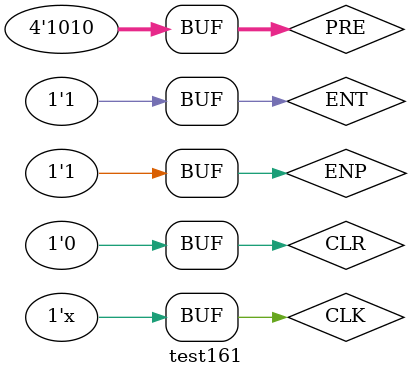
<source format=v>
`timescale 1ns / 1ps
module test161;
    // Testbench 信号
    reg CLK, CLR, ENP, ENT;
    reg [3:0] PRE;
    wire [3:0] Q; // 计数输出
    // 实例化 74HC161
    _74HC161 u161 (
        .CLK(CLK),
        .CLR(CLR),
        .ENP(ENP),
        .ENT(ENT),
        .PRE(PRE),
        .Q(Q)
    );

    // 生成时钟信号
    always begin
        #5 CLK = ~CLK; // 10ns 周期时钟
    end
    // 测试信号序列
 initial begin
        CLK = 0; CLR = 0; ENP = 0; ENT = 0; PRE = 4'b0000;
        #10 CLR = 1;
        #10 CLR = 0;
        #10 PRE = 4'b1010;
        #10 CLR = 1;
        #10 CLR = 0;
        ENP = 1; ENT = 1;
        #100;#10 ENT = 0;
        #100;#10 ENP = 0;
        #100;#10 CLR = 1; ENT = 1;
        #10 CLR = 0;
        #10 PRE = 4'b0011;
        #10 CLR = 1;
        #10 CLR = 0;
        ENP = 1; ENT = 1;
        #100;#10 CLR = 1; PRE = 4'b1010;
        #10 CLR = 0;
        ENP = 1; ENT = 1;
        #100;
    end
    // 监控信号变化
    initial begin
        $monitor("Time = %0t : CLR = %b, ENP = %b, ENT = %b, PRE = %b, Q = %b", 
                 $time, CLR, ENP, ENT, PRE, Q);
    end
endmodule

</source>
